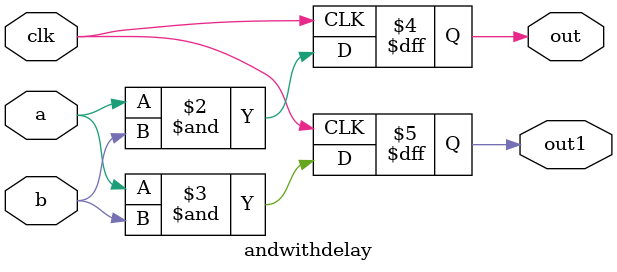
<source format=v>
`timescale 1ns/1ns 
module andwithdelay(out,
out1,
a,
b,
clk
);
output reg out;
output reg out1;
input a,b;
input clk;
always@(posedge clk)
begin
out = #(6:2:1) a&b;
out1 = a & b; 
end
endmodule

</source>
